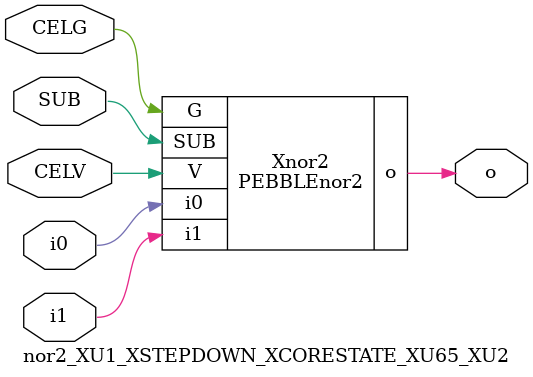
<source format=v>



module PEBBLEnor2 ( o, G, SUB, V, i0, i1 );

  input i0;
  input V;
  input i1;
  input G;
  output o;
  input SUB;
endmodule

//Celera Confidential Do Not Copy nor2_XU1_XSTEPDOWN_XCORESTATE_XU65_XU2
//Celera Confidential Symbol Generator
//nor2
module nor2_XU1_XSTEPDOWN_XCORESTATE_XU65_XU2 (CELV,CELG,i0,i1,o,SUB);
input CELV;
input CELG;
input i0;
input i1;
input SUB;
output o;

//Celera Confidential Do Not Copy nor2
PEBBLEnor2 Xnor2(
.V (CELV),
.i0 (i0),
.i1 (i1),
.o (o),
.SUB (SUB),
.G (CELG)
);
//,diesize,PEBBLEnor2

//Celera Confidential Do Not Copy Module End
//Celera Schematic Generator
endmodule

</source>
